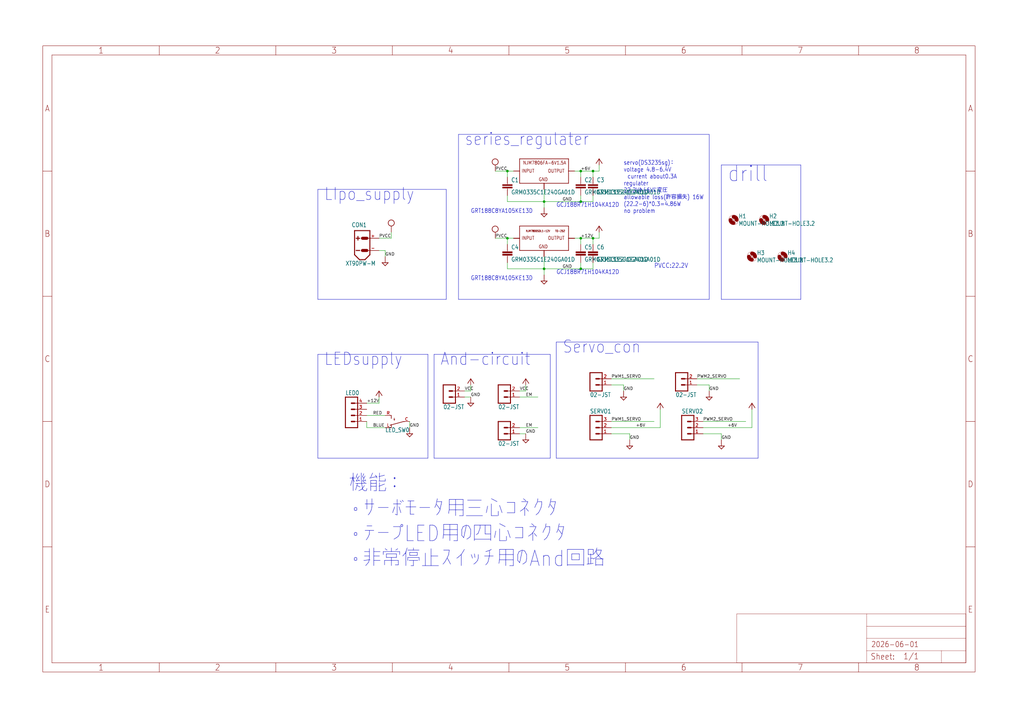
<source format=kicad_sch>
(kicad_sch (version 20230121) (generator eeschema)
  (paper "User" 425.45 298.45)
  (lib_symbols
    (symbol "Mix necessary function-eagle-import:02-JST"
      (symbol "02-JST_1_0"
        (polyline (pts (xy -1.27 2.54) (xy -1.27 -5.08)) (stroke (width 0.4064)))
        (polyline (pts (xy -1.27 2.54) (xy 3.81 2.54)) (stroke (width 0.4064)))
        (polyline (pts (xy 1.27 -2.54) (xy 2.54 -2.54)) (stroke (width 0.6096)))
        (polyline (pts (xy 1.27 0) (xy 2.54 0)) (stroke (width 0.6096)))
        (polyline (pts (xy 3.81 -5.08) (xy -1.27 -5.08)) (stroke (width 0.4064)))
        (polyline (pts (xy 3.81 -5.08) (xy 3.81 2.54)) (stroke (width 0.4064)))
        (pin passive line (at 7.62 -2.54 180) (length 5.08) (name "1") (number "1"))
        (pin passive line (at 7.62 0 180) (length 5.08) (name "2") (number "2"))
      )
    )
    (symbol "Mix necessary function-eagle-import:03-JST"
      (property "Reference" "JP" (at -1.27 5.842 0))
      (symbol "03-JST_1_0"
        (polyline (pts (xy -1.27 5.08) (xy -1.27 -5.08)) (stroke (width 0.4064)))
        (polyline (pts (xy -1.27 5.08) (xy 3.81 5.08)) (stroke (width 0.4064)))
        (polyline (pts (xy 1.27 -2.54) (xy 2.54 -2.54)) (stroke (width 0.6096)))
        (polyline (pts (xy 1.27 0) (xy 2.54 0)) (stroke (width 0.6096)))
        (polyline (pts (xy 1.27 2.54) (xy 2.54 2.54)) (stroke (width 0.6096)))
        (polyline (pts (xy 3.81 -5.08) (xy -1.27 -5.08)) (stroke (width 0.4064)))
        (polyline (pts (xy 3.81 -5.08) (xy 3.81 5.08)) (stroke (width 0.4064)))
        (pin passive line (at 7.62 -2.54 180) (length 5.08) (name "1") (number "1"))
        (pin passive line (at 7.62 0 180) (length 5.08) (name "2") (number "2"))
        (pin passive line (at 7.62 2.54 180) (length 5.08) (name "3") (number "3"))
      )
    )
    (symbol "Mix necessary function-eagle-import:04-JST"
      (property "Reference" "JP" (at -1.27 5.842 0))
      (symbol "04-JST_1_0"
        (polyline (pts (xy -1.27 5.08) (xy -1.27 -7.62)) (stroke (width 0.4064)))
        (polyline (pts (xy -1.27 5.08) (xy 3.81 5.08)) (stroke (width 0.4064)))
        (polyline (pts (xy 1.27 -5.08) (xy 2.54 -5.08)) (stroke (width 0.6096)))
        (polyline (pts (xy 1.27 -2.54) (xy 2.54 -2.54)) (stroke (width 0.6096)))
        (polyline (pts (xy 1.27 0) (xy 2.54 0)) (stroke (width 0.6096)))
        (polyline (pts (xy 1.27 2.54) (xy 2.54 2.54)) (stroke (width 0.6096)))
        (polyline (pts (xy 3.81 -7.62) (xy -1.27 -7.62)) (stroke (width 0.4064)))
        (polyline (pts (xy 3.81 -7.62) (xy 3.81 5.08)) (stroke (width 0.4064)))
        (pin passive line (at 7.62 -5.08 180) (length 5.08) (name "1") (number "1"))
        (pin passive line (at 7.62 -2.54 180) (length 5.08) (name "2") (number "2"))
        (pin passive line (at 7.62 0 180) (length 5.08) (name "3") (number "3"))
        (pin passive line (at 7.62 2.54 180) (length 5.08) (name "4") (number "4"))
      )
    )
    (symbol "Mix necessary function-eagle-import:A3L-LOC"
      (symbol "A3L-LOC_1_0"
        (polyline (pts (xy 0 52.07) (xy 3.81 52.07)))
        (polyline (pts (xy 0 104.14) (xy 3.81 104.14)))
        (polyline (pts (xy 0 156.21) (xy 3.81 156.21)))
        (polyline (pts (xy 0 208.28) (xy 3.81 208.28)))
        (polyline (pts (xy 3.81 3.81) (xy 3.81 256.54)))
        (polyline (pts (xy 48.4188 0) (xy 48.4188 3.81)))
        (polyline (pts (xy 48.4188 256.54) (xy 48.4188 260.35)))
        (polyline (pts (xy 96.8375 0) (xy 96.8375 3.81)))
        (polyline (pts (xy 96.8375 256.54) (xy 96.8375 260.35)))
        (polyline (pts (xy 145.2563 0) (xy 145.2563 3.81)))
        (polyline (pts (xy 145.2563 256.54) (xy 145.2563 260.35)))
        (polyline (pts (xy 193.675 0) (xy 193.675 3.81)))
        (polyline (pts (xy 193.675 256.54) (xy 193.675 260.35)))
        (polyline (pts (xy 242.0938 0) (xy 242.0938 3.81)))
        (polyline (pts (xy 242.0938 256.54) (xy 242.0938 260.35)))
        (polyline (pts (xy 288.29 3.81) (xy 288.29 24.13)) (stroke (width 0.1016)))
        (polyline (pts (xy 288.29 3.81) (xy 342.265 3.81)) (stroke (width 0.1016)))
        (polyline (pts (xy 288.29 24.13) (xy 342.265 24.13)) (stroke (width 0.1016)))
        (polyline (pts (xy 290.5125 0) (xy 290.5125 3.81)))
        (polyline (pts (xy 290.5125 256.54) (xy 290.5125 260.35)))
        (polyline (pts (xy 338.9313 0) (xy 338.9313 3.81)))
        (polyline (pts (xy 338.9313 256.54) (xy 338.9313 260.35)))
        (polyline (pts (xy 342.265 3.81) (xy 373.38 3.81)) (stroke (width 0.1016)))
        (polyline (pts (xy 342.265 8.89) (xy 342.265 3.81)) (stroke (width 0.1016)))
        (polyline (pts (xy 342.265 8.89) (xy 342.265 13.97)) (stroke (width 0.1016)))
        (polyline (pts (xy 342.265 13.97) (xy 342.265 19.05)) (stroke (width 0.1016)))
        (polyline (pts (xy 342.265 13.97) (xy 383.54 13.97)) (stroke (width 0.1016)))
        (polyline (pts (xy 342.265 19.05) (xy 342.265 24.13)) (stroke (width 0.1016)))
        (polyline (pts (xy 342.265 19.05) (xy 383.54 19.05)) (stroke (width 0.1016)))
        (polyline (pts (xy 342.265 24.13) (xy 383.54 24.13)) (stroke (width 0.1016)))
        (polyline (pts (xy 373.38 3.81) (xy 373.38 8.89)) (stroke (width 0.1016)))
        (polyline (pts (xy 373.38 3.81) (xy 383.54 3.81)) (stroke (width 0.1016)))
        (polyline (pts (xy 373.38 8.89) (xy 342.265 8.89)) (stroke (width 0.1016)))
        (polyline (pts (xy 373.38 8.89) (xy 383.54 8.89)) (stroke (width 0.1016)))
        (polyline (pts (xy 383.54 3.81) (xy 3.81 3.81)))
        (polyline (pts (xy 383.54 3.81) (xy 383.54 8.89)) (stroke (width 0.1016)))
        (polyline (pts (xy 383.54 3.81) (xy 383.54 256.54)))
        (polyline (pts (xy 383.54 8.89) (xy 383.54 13.97)) (stroke (width 0.1016)))
        (polyline (pts (xy 383.54 13.97) (xy 383.54 19.05)) (stroke (width 0.1016)))
        (polyline (pts (xy 383.54 19.05) (xy 383.54 24.13)) (stroke (width 0.1016)))
        (polyline (pts (xy 383.54 52.07) (xy 387.35 52.07)))
        (polyline (pts (xy 383.54 104.14) (xy 387.35 104.14)))
        (polyline (pts (xy 383.54 156.21) (xy 387.35 156.21)))
        (polyline (pts (xy 383.54 208.28) (xy 387.35 208.28)))
        (polyline (pts (xy 383.54 256.54) (xy 3.81 256.54)))
        (polyline (pts (xy 0 0) (xy 387.35 0) (xy 387.35 260.35) (xy 0 260.35) (xy 0 0)))
        (text "${#}/${##}" (at 357.505 5.08 0) (effects (font (size 2.54 2.159)) (justify left bottom)))
        (text "${CURRENT_DATE}" (at 344.17 10.16 0) (effects (font (size 2.286 1.9431)) (justify left bottom)))
        (text "${PROJECTNAME}" (at 344.17 15.24 0) (effects (font (size 2.54 2.159)) (justify left bottom)))
        (text "1" (at 24.2094 1.905 0) (effects (font (size 2.54 2.286))))
        (text "1" (at 24.2094 258.445 0) (effects (font (size 2.54 2.286))))
        (text "2" (at 72.6281 1.905 0) (effects (font (size 2.54 2.286))))
        (text "2" (at 72.6281 258.445 0) (effects (font (size 2.54 2.286))))
        (text "3" (at 121.0469 1.905 0) (effects (font (size 2.54 2.286))))
        (text "3" (at 121.0469 258.445 0) (effects (font (size 2.54 2.286))))
        (text "4" (at 169.4656 1.905 0) (effects (font (size 2.54 2.286))))
        (text "4" (at 169.4656 258.445 0) (effects (font (size 2.54 2.286))))
        (text "5" (at 217.8844 1.905 0) (effects (font (size 2.54 2.286))))
        (text "5" (at 217.8844 258.445 0) (effects (font (size 2.54 2.286))))
        (text "6" (at 266.3031 1.905 0) (effects (font (size 2.54 2.286))))
        (text "6" (at 266.3031 258.445 0) (effects (font (size 2.54 2.286))))
        (text "7" (at 314.7219 1.905 0) (effects (font (size 2.54 2.286))))
        (text "7" (at 314.7219 258.445 0) (effects (font (size 2.54 2.286))))
        (text "8" (at 363.1406 1.905 0) (effects (font (size 2.54 2.286))))
        (text "8" (at 363.1406 258.445 0) (effects (font (size 2.54 2.286))))
        (text "A" (at 1.905 234.315 0) (effects (font (size 2.54 2.286))))
        (text "A" (at 385.445 234.315 0) (effects (font (size 2.54 2.286))))
        (text "B" (at 1.905 182.245 0) (effects (font (size 2.54 2.286))))
        (text "B" (at 385.445 182.245 0) (effects (font (size 2.54 2.286))))
        (text "C" (at 1.905 130.175 0) (effects (font (size 2.54 2.286))))
        (text "C" (at 385.445 130.175 0) (effects (font (size 2.54 2.286))))
        (text "D" (at 1.905 78.105 0) (effects (font (size 2.54 2.286))))
        (text "D" (at 385.445 78.105 0) (effects (font (size 2.54 2.286))))
        (text "E" (at 1.905 26.035 0) (effects (font (size 2.54 2.286))))
        (text "E" (at 385.445 26.035 0) (effects (font (size 2.54 2.286))))
        (text "Sheet:" (at 343.916 4.953 0) (effects (font (size 2.54 2.159)) (justify left bottom)))
      )
    )
    (symbol "Mix necessary function-eagle-import:GND" (power)
      (property "Value" "GND" (at -1.905 -3.175 0))
      (symbol "GND_1_0"
        (polyline (pts (xy -1.27 0) (xy 1.27 0)) (stroke (width 0.254)))
        (polyline (pts (xy 0 -1.27) (xy -1.27 0)) (stroke (width 0.254)))
        (polyline (pts (xy 1.27 0) (xy 0 -1.27)) (stroke (width 0.254)))
        (pin power_in line (at 0 2.54 270) (length 2.54) (name "GND") (number "1"))
      )
    )
    (symbol "Mix necessary function-eagle-import:GRM0335C1E240GA01D"
      (property "Reference" "C" (at 1.524 0.381 0))
      (symbol "GRM0335C1E240GA01D_1_0"
        (rectangle (start -2.032 -2.032) (end 2.032 -1.524) (fill (type outline)))
        (rectangle (start -2.032 -1.016) (end 2.032 -0.508) (fill (type outline)))
        (polyline (pts (xy 0 -2.54) (xy 0 -2.032)) (stroke (width 0.1524)))
        (polyline (pts (xy 0 0) (xy 0 -0.508)) (stroke (width 0.1524)))
        (pin passive line (at 0 2.54 270) (length 2.54) (name "1") (number "1"))
        (pin passive line (at 0 -5.08 90) (length 2.54) (name "2") (number "2"))
      )
    )
    (symbol "Mix necessary function-eagle-import:MOUNT-HOLE3.2"
      (property "Reference" "H" (at 2.032 0.5842 0))
      (symbol "MOUNT-HOLE3.2_1_0"
        (arc (start -1.27 0) (mid -0.898 -0.898) (end 0 -1.27) (stroke (width 1.524)))
        (polyline (pts (xy -0.508 0) (xy 0.508 0)) (stroke (width 0.0508)))
        (polyline (pts (xy 0 0.508) (xy 0 -0.508)) (stroke (width 0.0508)))
        (circle (center 0 0) (radius 0.508) (stroke (width 0.0508)))
        (circle (center 0 0) (radius 2.032) (stroke (width 0.0508)))
        (arc (start 1.27 0) (mid 0.898 0.898) (end 0 1.27) (stroke (width 1.524)))
      )
    )
    (symbol "Mix necessary function-eagle-import:NJM7800SDL1-12V"
      (symbol "NJM7800SDL1-12V_1_0"
        (polyline (pts (xy -10.16 -5.08) (xy -10.16 0)) (stroke (width 0.254)))
        (polyline (pts (xy -10.16 0) (xy -12.7 0)) (stroke (width 0.254)))
        (polyline (pts (xy -10.16 0) (xy -10.16 5.08)) (stroke (width 0.254)))
        (polyline (pts (xy -10.16 5.08) (xy 10.16 5.08)) (stroke (width 0.254)))
        (polyline (pts (xy 0 -5.08) (xy -10.16 -5.08)) (stroke (width 0.254)))
        (polyline (pts (xy 0 -5.08) (xy 0 -7.62)) (stroke (width 0.254)))
        (polyline (pts (xy 10.16 -5.08) (xy 0 -5.08)) (stroke (width 0.254)))
        (polyline (pts (xy 10.16 0) (xy 10.16 -5.08)) (stroke (width 0.254)))
        (polyline (pts (xy 10.16 0) (xy 12.7 0)) (stroke (width 0.254)))
        (polyline (pts (xy 10.16 5.08) (xy 10.16 0)) (stroke (width 0.254)))
        (text "GND" (at -2.286 -4.318 0) (effects (font (size 1.4224 1.209)) (justify left bottom)))
        (text "INPUT" (at -9.398 -0.762 0) (effects (font (size 1.4224 1.209)) (justify left bottom)))
        (text "NJM7800SDL1-12V    TO-252" (at -7.62 2.54 0) (effects (font (size 0.8128 0.6908)) (justify left bottom)))
        (text "OUTPUT" (at 1.524 -0.762 0) (effects (font (size 1.4224 1.209)) (justify left bottom)))
        (pin bidirectional line (at 0 -7.62 90) (length 2.54) (name "GND") (number "GND"))
        (pin bidirectional line (at -12.7 0 0) (length 2.54) (name "INPUT") (number "VIN"))
        (pin bidirectional line (at 12.7 0 180) (length 2.54) (name "OUTPUT") (number "VOUT"))
      )
    )
    (symbol "Mix necessary function-eagle-import:SS-12SDP2"
      (property "Reference" "SW" (at 5.08 -2.54 90))
      (symbol "SS-12SDP2_1_0"
        (polyline (pts (xy -2.54 2.54) (xy -2.54 3.175)) (stroke (width 0.254)))
        (polyline (pts (xy -2.54 2.54) (xy -1.27 2.54)) (stroke (width 0.254)))
        (polyline (pts (xy 0 -3.175) (xy 0 -2.54)) (stroke (width 0.254)))
        (polyline (pts (xy 0 -2.54) (xy -1.524 3.048)) (stroke (width 0.254)))
        (polyline (pts (xy 0.508 1.27) (xy 1.016 1.016)) (stroke (width 0.1524)))
        (polyline (pts (xy 0.508 1.27) (xy 1.016 1.524)) (stroke (width 0.1524)))
        (polyline (pts (xy 0.508 1.27) (xy 1.524 1.27)) (stroke (width 0.1524)))
        (polyline (pts (xy 1.27 2.54) (xy 2.54 2.54)) (stroke (width 0.254)))
        (polyline (pts (xy 2.54 2.54) (xy 2.54 3.175)) (stroke (width 0.254)))
        (pin passive line (at 0 -5.08 90) (length 2.54) (name "C") (number "C"))
        (pin passive line (at -2.54 5.08 270) (length 2.54) (name "L") (number "L"))
        (pin passive line (at 2.54 5.08 270) (length 2.54) (name "R") (number "R"))
      )
    )
    (symbol "Mix necessary function-eagle-import:VCC" (power)
      (property "Value" "VCC" (at -2.54 -2.54 90))
      (symbol "VCC_1_0"
        (polyline (pts (xy 0 0) (xy -1.27 -1.905)) (stroke (width 0.254)))
        (polyline (pts (xy 1.27 -1.905) (xy 0 0)) (stroke (width 0.254)))
        (pin power_in line (at 0 -2.54 90) (length 2.54) (name "VCC") (number "1"))
      )
    )
    (symbol "Mix necessary function-eagle-import:XT90PW-M"
      (property "Reference" "CON" (at -3.81 7.112 0))
      (symbol "XT90PW-M_1_0"
        (polyline (pts (xy -5.08 -4.318) (xy -3.048 -6.35)) (stroke (width 0.4064)))
        (polyline (pts (xy -5.08 5.715) (xy -5.08 -4.318)) (stroke (width 0.4064)))
        (polyline (pts (xy -5.08 5.715) (xy 1.27 5.715)) (stroke (width 0.4064)))
        (polyline (pts (xy -4.445 -2.54) (xy -2.921 -2.54)) (stroke (width 0.4064)))
        (polyline (pts (xy -4.445 2.54) (xy -2.921 2.54)) (stroke (width 0.4064)))
        (polyline (pts (xy -3.683 3.302) (xy -3.683 1.778)) (stroke (width 0.4064)))
        (polyline (pts (xy -3.048 -6.35) (xy -0.762 -6.35)) (stroke (width 0.4064)))
        (polyline (pts (xy -0.762 -6.35) (xy 1.27 -4.318)) (stroke (width 0.4064)))
        (polyline (pts (xy 0 -2.54) (xy -1.778 -2.54)) (stroke (width 1.27)))
        (polyline (pts (xy 0 2.54) (xy -1.778 2.54)) (stroke (width 1.27)))
        (polyline (pts (xy 1.27 -4.318) (xy 1.27 5.715)) (stroke (width 0.4064)))
        (pin power_in line (at 5.08 2.54 180) (length 5.08) (name "+") (number "+"))
        (pin power_in line (at 5.08 -2.54 180) (length 5.08) (name "-") (number "-"))
      )
    )
    (symbol "Mix necessary function-eagle-import:supply2_VCC" (power)
      (property "Value" "supply2_VCC" (at -1.905 3.175 0))
      (symbol "supply2_VCC_1_0"
        (circle (center 0 1.27) (radius 1.27) (stroke (width 0.254)))
        (pin power_in line (at 0 -2.54 90) (length 2.54) (name "VCC") (number "1"))
      )
    )
    (symbol "Mix necessary function-eagle-import:ＮＪＭ７８０６ＦＡ-6V"
      (symbol "ＮＪＭ７８０６ＦＡ-6V_1_0"
        (polyline (pts (xy -10.16 -5.08) (xy -10.16 0)) (stroke (width 0.254)))
        (polyline (pts (xy -10.16 0) (xy -12.7 0)) (stroke (width 0.254)))
        (polyline (pts (xy -10.16 0) (xy -10.16 5.08)) (stroke (width 0.254)))
        (polyline (pts (xy -10.16 5.08) (xy 10.16 5.08)) (stroke (width 0.254)))
        (polyline (pts (xy 0 -5.08) (xy -10.16 -5.08)) (stroke (width 0.254)))
        (polyline (pts (xy 0 -5.08) (xy 0 -7.62)) (stroke (width 0.254)))
        (polyline (pts (xy 10.16 -5.08) (xy 0 -5.08)) (stroke (width 0.254)))
        (polyline (pts (xy 10.16 0) (xy 10.16 -5.08)) (stroke (width 0.254)))
        (polyline (pts (xy 10.16 0) (xy 12.7 0)) (stroke (width 0.254)))
        (polyline (pts (xy 10.16 5.08) (xy 10.16 0)) (stroke (width 0.254)))
        (text "GND" (at -2.286 -4.318 0) (effects (font (size 1.4224 1.209)) (justify left bottom)))
        (text "INPUT" (at -9.398 -0.762 0) (effects (font (size 1.4224 1.209)) (justify left bottom)))
        (text "NJM7806FA-6V1.5A" (at -8.8138 2.6162 0) (effects (font (size 1.4224 1.209)) (justify left bottom)))
        (text "OUTPUT" (at 1.524 -0.762 0) (effects (font (size 1.4224 1.209)) (justify left bottom)))
        (pin bidirectional line (at 0 -7.62 90) (length 2.54) (name "GND") (number "GND"))
        (pin bidirectional line (at -12.7 0 0) (length 2.54) (name "INPUT") (number "INPUT"))
        (pin bidirectional line (at 12.7 0 180) (length 2.54) (name "OUTPUT") (number "OUTPUT"))
      )
    )
  )
  (junction (at 226.06 83.82))
  (junction (at 210.82 99.06))
  (junction (at 241.3 71.12))
  (junction (at 246.38 99.06))
  (junction (at 241.3 111.76))
  (junction (at 210.82 71.12))
  (junction (at 226.06 111.76))
  (junction (at 246.38 71.12))
  (junction (at 241.3 83.82))
  (junction (at 241.3 99.06))
  (polyline (pts (xy 299.72 124.46) (xy 299.72 68.58)) (stroke (width 0.1524) (type solid)))
  (wire (pts (xy 210.82 83.82) (xy 226.06 83.82)) (stroke (width 0.1524)))
  (polyline (pts (xy 180.34 190.5) (xy 228.6 190.5)) (stroke (width 0.1524) (type solid)))
  (wire (pts (xy 213.36 99.06) (xy 210.82 99.06)) (stroke (width 0.1524)))
  (wire (pts (xy 210.82 111.76) (xy 226.06 111.76)) (stroke (width 0.1524)))
  (wire (pts (xy 254 180.34) (xy 261.62 180.34)) (stroke (width 0.1524)))
  (wire (pts (xy 254 157.48) (xy 271.78 157.48)) (stroke (width 0.1524)))
  (wire (pts (xy 193.04 165.1) (xy 195.58 165.1)) (stroke (width 0.1524)))
  (polyline (pts (xy 299.72 68.58) (xy 332.74 68.58)) (stroke (width 0.1524) (type solid)))
  (wire (pts (xy 218.44 162.56) (xy 218.44 160.02)) (stroke (width 0.1524)))
  (wire (pts (xy 292.1 177.8) (xy 312.42 177.8)) (stroke (width 0.1524)))
  (wire (pts (xy 162.56 99.06) (xy 162.56 96.52)) (stroke (width 0.1524)))
  (wire (pts (xy 152.4 167.64) (xy 157.48 167.64)) (stroke (width 0.1524)))
  (wire (pts (xy 274.32 177.8) (xy 274.32 170.18)) (stroke (width 0.1524)))
  (wire (pts (xy 241.3 99.06) (xy 246.38 99.06)) (stroke (width 0.1524)))
  (wire (pts (xy 254 177.8) (xy 274.32 177.8)) (stroke (width 0.1524)))
  (wire (pts (xy 241.3 111.76) (xy 246.38 111.76)) (stroke (width 0.1524)))
  (polyline (pts (xy 190.5 124.46) (xy 294.64 124.46)) (stroke (width 0.1524) (type solid)))
  (wire (pts (xy 213.36 71.12) (xy 210.82 71.12)) (stroke (width 0.1524)))
  (wire (pts (xy 215.9 177.8) (xy 223.52 177.8)) (stroke (width 0.1524)))
  (wire (pts (xy 195.58 162.56) (xy 195.58 160.02)) (stroke (width 0.1524)))
  (wire (pts (xy 226.06 83.82) (xy 226.06 86.36)) (stroke (width 0.1524)))
  (wire (pts (xy 248.92 71.12) (xy 248.92 68.58)) (stroke (width 0.1524)))
  (wire (pts (xy 215.9 162.56) (xy 218.44 162.56)) (stroke (width 0.1524)))
  (polyline (pts (xy 314.96 142.24) (xy 314.96 190.5)) (stroke (width 0.1524) (type solid)))
  (polyline (pts (xy 132.08 147.32) (xy 132.08 190.5)) (stroke (width 0.1524) (type solid)))
  (wire (pts (xy 246.38 99.06) (xy 248.92 99.06)) (stroke (width 0.1524)))
  (polyline (pts (xy 231.14 142.24) (xy 314.96 142.24)) (stroke (width 0.1524) (type solid)))
  (wire (pts (xy 246.38 73.66) (xy 246.38 71.12)) (stroke (width 0.1524)))
  (wire (pts (xy 210.82 81.28) (xy 210.82 83.82)) (stroke (width 0.1524)))
  (wire (pts (xy 241.3 101.6) (xy 241.3 99.06)) (stroke (width 0.1524)))
  (polyline (pts (xy 294.64 55.88) (xy 190.5 55.88)) (stroke (width 0.1524) (type solid)))
  (wire (pts (xy 292.1 180.34) (xy 299.72 180.34)) (stroke (width 0.1524)))
  (polyline (pts (xy 180.34 147.32) (xy 180.34 190.5)) (stroke (width 0.1524) (type solid)))
  (polyline (pts (xy 132.08 190.5) (xy 177.8 190.5)) (stroke (width 0.1524) (type solid)))
  (wire (pts (xy 152.4 177.8) (xy 160.02 177.8)) (stroke (width 0.1524)))
  (wire (pts (xy 289.56 160.02) (xy 294.64 160.02)) (stroke (width 0.1524)))
  (wire (pts (xy 289.56 157.48) (xy 307.34 157.48)) (stroke (width 0.1524)))
  (wire (pts (xy 261.62 180.34) (xy 261.62 182.88)) (stroke (width 0.1524)))
  (wire (pts (xy 157.48 165.1) (xy 157.48 167.64)) (stroke (width 0.1524)))
  (polyline (pts (xy 231.14 190.5) (xy 231.14 142.24)) (stroke (width 0.1524) (type solid)))
  (polyline (pts (xy 132.08 78.74) (xy 185.42 78.74)) (stroke (width 0.1524) (type solid)))
  (wire (pts (xy 299.72 180.34) (xy 299.72 182.88)) (stroke (width 0.1524)))
  (wire (pts (xy 246.38 111.76) (xy 246.38 109.22)) (stroke (width 0.1524)))
  (wire (pts (xy 193.04 162.56) (xy 195.58 162.56)) (stroke (width 0.1524)))
  (wire (pts (xy 210.82 73.66) (xy 210.82 71.12)) (stroke (width 0.1524)))
  (polyline (pts (xy 332.74 68.58) (xy 332.74 124.46)) (stroke (width 0.1524) (type solid)))
  (wire (pts (xy 238.76 71.12) (xy 241.3 71.12)) (stroke (width 0.1524)))
  (wire (pts (xy 170.18 175.26) (xy 170.18 177.8)) (stroke (width 0.1524)))
  (polyline (pts (xy 228.6 147.32) (xy 180.34 147.32)) (stroke (width 0.1524) (type solid)))
  (wire (pts (xy 210.82 111.76) (xy 210.82 109.22)) (stroke (width 0.1524)))
  (wire (pts (xy 292.1 175.26) (xy 309.88 175.26)) (stroke (width 0.1524)))
  (wire (pts (xy 241.3 83.82) (xy 226.06 83.82)) (stroke (width 0.1524)))
  (wire (pts (xy 241.3 71.12) (xy 246.38 71.12)) (stroke (width 0.1524)))
  (polyline (pts (xy 332.74 124.46) (xy 299.72 124.46)) (stroke (width 0.1524) (type solid)))
  (wire (pts (xy 157.48 104.14) (xy 160.02 104.14)) (stroke (width 0.1524)))
  (polyline (pts (xy 177.8 147.32) (xy 132.08 147.32)) (stroke (width 0.1524) (type solid)))
  (polyline (pts (xy 132.08 124.46) (xy 132.08 78.74)) (stroke (width 0.1524) (type solid)))
  (polyline (pts (xy 228.6 190.5) (xy 228.6 147.32)) (stroke (width 0.1524) (type solid)))
  (wire (pts (xy 210.82 101.6) (xy 210.82 99.06)) (stroke (width 0.1524)))
  (wire (pts (xy 238.76 99.06) (xy 241.3 99.06)) (stroke (width 0.1524)))
  (polyline (pts (xy 185.42 124.46) (xy 132.08 124.46)) (stroke (width 0.1524) (type solid)))
  (wire (pts (xy 259.08 160.02) (xy 259.08 162.56)) (stroke (width 0.1524)))
  (polyline (pts (xy 177.8 190.5) (xy 177.8 147.32)) (stroke (width 0.1524) (type solid)))
  (wire (pts (xy 294.64 160.02) (xy 294.64 162.56)) (stroke (width 0.1524)))
  (wire (pts (xy 241.3 73.66) (xy 241.3 71.12)) (stroke (width 0.1524)))
  (wire (pts (xy 241.3 83.82) (xy 246.38 83.82)) (stroke (width 0.1524)))
  (wire (pts (xy 226.06 106.68) (xy 226.06 111.76)) (stroke (width 0.1524)))
  (wire (pts (xy 241.3 109.22) (xy 241.3 111.76)) (stroke (width 0.1524)))
  (wire (pts (xy 248.92 99.06) (xy 248.92 96.52)) (stroke (width 0.1524)))
  (wire (pts (xy 246.38 71.12) (xy 248.92 71.12)) (stroke (width 0.1524)))
  (wire (pts (xy 215.9 165.1) (xy 223.52 165.1)) (stroke (width 0.1524)))
  (wire (pts (xy 254 175.26) (xy 271.78 175.26)) (stroke (width 0.1524)))
  (wire (pts (xy 241.3 81.28) (xy 241.3 83.82)) (stroke (width 0.1524)))
  (wire (pts (xy 210.82 71.12) (xy 205.74 71.12)) (stroke (width 0.1524)))
  (wire (pts (xy 157.48 99.06) (xy 162.56 99.06)) (stroke (width 0.1524)))
  (polyline (pts (xy 314.96 190.5) (xy 231.14 190.5)) (stroke (width 0.1524) (type solid)))
  (wire (pts (xy 226.06 111.76) (xy 226.06 114.3)) (stroke (width 0.1524)))
  (wire (pts (xy 215.9 180.34) (xy 218.44 180.34)) (stroke (width 0.1524)))
  (wire (pts (xy 226.06 111.76) (xy 241.3 111.76)) (stroke (width 0.1524)))
  (polyline (pts (xy 190.5 55.88) (xy 190.5 124.46)) (stroke (width 0.1524) (type solid)))
  (wire (pts (xy 254 160.02) (xy 259.08 160.02)) (stroke (width 0.1524)))
  (wire (pts (xy 152.4 172.72) (xy 160.02 172.72)) (stroke (width 0.1524)))
  (polyline (pts (xy 185.42 78.74) (xy 185.42 124.46)) (stroke (width 0.1524) (type solid)))
  (wire (pts (xy 152.4 175.26) (xy 152.4 177.8)) (stroke (width 0.1524)))
  (wire (pts (xy 210.82 99.06) (xy 205.74 99.06)) (stroke (width 0.1524)))
  (polyline (pts (xy 294.64 124.46) (xy 294.64 55.88)) (stroke (width 0.1524) (type solid)))
  (wire (pts (xy 226.06 83.82) (xy 226.06 78.74)) (stroke (width 0.1524)))
  (wire (pts (xy 160.02 104.14) (xy 160.02 106.68)) (stroke (width 0.1524)))
  (wire (pts (xy 312.42 177.8) (xy 312.42 170.18)) (stroke (width 0.1524)))
  (wire (pts (xy 246.38 83.82) (xy 246.38 81.28)) (stroke (width 0.1524)))
  (wire (pts (xy 246.38 101.6) (xy 246.38 99.06)) (stroke (width 0.1524)))
  (text "LEDsupply" (at 134.62 152.4 0) (effects (font (size 5.08 4.318)) (justify left bottom)))
  (text "GRT188C8YA105KE13D" (at 195.58 88.9 0) (effects (font (size 1.778 1.5113)) (justify left bottom)))
  (text "And-circuit" (at 182.88 152.4 0) (effects (font (size 5.08 4.318)) (justify left bottom)))
  (text "機能：\n・サーボモータ用三心コネクタ\n・テープLED用の四心コネクタ\n・非常停止スイッチ用のAnｄ回路" (at 144.78 236.22 0) (effects (font (size 6.4516 5.4838)) (justify left bottom)))
  (text "GRT188C8YA105KE13D" (at 195.58 116.84 0) (effects (font (size 1.778 1.5113)) (justify left bottom)))
  (text "LIpo_supply" (at 134.62 83.82 0) (effects (font (size 5.08 4.318)) (justify left bottom)))
  (text "servo(DS3235sg)：\nvoltage 4.8-6.4V\n　current about0.3A\nregulater\n22.2Vから6Vに変圧\nallowable loss(許容損失) 16W\n(22.2-6)*0.3=4.86W\nno problem" (at 259.08 88.9 0) (effects (font (size 1.778 1.5113)) (justify left bottom)))
  (text "PVCC:22.2V" (at 271.78 111.76 0) (effects (font (size 1.9304 1.6408)) (justify left bottom)))
  (text "Servo_con" (at 233.68 147.32 0) (effects (font (size 5.08 4.318)) (justify left bottom)))
  (text "GCJ188R71H104KA12D" (at 231.14 86.36 0) (effects (font (size 1.778 1.5113)) (justify left bottom)))
  (text "series_regulater" (at 193.04 60.96 0) (effects (font (size 5.08 4.318)) (justify left bottom)))
  (text "drill" (at 302.26 76.2 0) (effects (font (size 6.4516 5.4838)) (justify left bottom)))
  (text "GCJ188R71H104KA12D" (at 231.14 114.3 0) (effects (font (size 1.778 1.5113)) (justify left bottom)))
  (label "GND" (at 195.58 165.1 0) (effects (font (size 1.2446 1.2446))))
  (label "GND" (at 233.68 83.82 0) (effects (font (size 1.2446 1.2446))))
  (label "GND" (at 170.18 177.8 0) (effects (font (size 1.2446 1.2446))))
  (label "GND" (at 299.72 182.88 0) (effects (font (size 1.2446 1.2446))))
  (label "GND" (at 259.08 162.56 0) (effects (font (size 1.2446 1.2446))))
  (label "EM" (at 218.44 177.8 0) (effects (font (size 1.2446 1.2446))))
  (label "+12V" (at 241.3 99.06 0) (effects (font (size 1.2446 1.2446))))
  (label "PVCC" (at 205.74 71.12 0) (effects (font (size 1.2446 1.2446))))
  (label "+12V" (at 152.4 167.64 0) (effects (font (size 1.2446 1.2446))))
  (label "VCC" (at 215.9 162.56 0) (effects (font (size 1.2446 1.2446))))
  (label "PWM1_SERVO" (at 254 157.48 0) (effects (font (size 1.2446 1.2446))))
  (label "EM" (at 218.44 165.1 0) (effects (font (size 1.2446 1.2446))))
  (label "PVCC" (at 157.48 99.06 0) (effects (font (size 1.2446 1.2446))))
  (label "RED" (at 154.94 172.72 0) (effects (font (size 1.2446 1.2446))))
  (label "BLUE" (at 154.94 177.8 0) (effects (font (size 1.2446 1.2446))))
  (label "+6V" (at 302.26 177.8 0) (effects (font (size 1.2446 1.2446))))
  (label "VCC" (at 193.04 162.56 0) (effects (font (size 1.2446 1.2446))))
  (label "+6V" (at 264.16 177.8 0) (effects (font (size 1.2446 1.2446))))
  (label "GND" (at 160.02 106.68 0) (effects (font (size 1.2446 1.2446))))
  (label "PWM1_SERVO" (at 254 175.26 0) (effects (font (size 1.2446 1.2446))))
  (label "GND" (at 233.68 111.76 0) (effects (font (size 1.2446 1.2446))))
  (label "GND" (at 218.44 180.34 0) (effects (font (size 1.2446 1.2446))))
  (label "GND" (at 294.64 162.56 0) (effects (font (size 1.2446 1.2446))))
  (label "GND" (at 261.62 182.88 0) (effects (font (size 1.2446 1.2446))))
  (label "PWM2_SERVO" (at 292.1 175.26 0) (effects (font (size 1.2446 1.2446))))
  (label "PWM2_SERVO" (at 289.56 157.48 0) (effects (font (size 1.2446 1.2446))))
  (label "+6V" (at 241.3 71.12 0) (effects (font (size 1.2446 1.2446))))
  (label "PVCC" (at 205.74 99.06 0) (effects (font (size 1.2446 1.2446))))
  (symbol (lib_id "Mix necessary function-eagle-import:03-JST") (at 284.48 177.8 0) (unit 1)
    (property "Reference" "SERVO2" (at 283.21 171.958 0) (effects (font (size 1.778 1.5113)) (justify left bottom)))
    (property "Value" "03-JST" (effects hide))
    (property "Footprint" "Mix necessary function:B3B-XH" (effects hide))
  )
  (symbol (lib_id "Mix necessary function-eagle-import:GND") (at 261.62 185.42 0) (unit 1)
    (property "Reference" "#SUPPLY8" (effects hide))
    (property "Value" "GND" (effects hide))
  )
  (symbol (lib_id "Mix necessary function-eagle-import:02-JST") (at 185.42 162.56 0) (unit 1)
    (property "Reference" "AZUSA0" (effects hide))
    (property "Value" "02-JST" (at 184.15 170.18 0) (effects (font (size 1.778 1.5113)) (justify left bottom)))
    (property "Footprint" "Mix necessary function:B2B-XH" (effects hide))
  )
  (symbol (lib_id "Mix necessary function-eagle-import:GND") (at 226.06 116.84 0) (unit 1)
    (property "Reference" "#SUPPLY22" (effects hide))
    (property "Value" "GND" (effects hide))
  )
  (symbol (lib_id "Mix necessary function-eagle-import:02-JST") (at 208.28 162.56 0) (unit 1)
    (property "Reference" "SW1" (effects hide))
    (property "Value" "02-JST" (at 207.01 170.18 0) (effects (font (size 1.778 1.5113)) (justify left bottom)))
    (property "Footprint" "Mix necessary function:B2B-XH" (effects hide))
  )
  (symbol (lib_id "Mix necessary function-eagle-import:GRM0335C1E240GA01D") (at 210.82 104.14 0) (unit 1)
    (property "Reference" "C4" (at 212.344 103.759 0) (effects (font (size 1.778 1.5113)) (justify left bottom)))
    (property "Value" "GRM0335C1E240GA01D" (at 212.344 108.839 0) (effects (font (size 1.778 1.5113)) (justify left bottom)))
    (property "Footprint" "Mix necessary function:GRM0335C1E240GA01D" (effects hide))
  )
  (symbol (lib_id "Mix necessary function-eagle-import:GRM0335C1E240GA01D") (at 241.3 76.2 0) (unit 1)
    (property "Reference" "C2" (at 242.824 75.819 0) (effects (font (size 1.778 1.5113)) (justify left bottom)))
    (property "Value" "GRM0335C1E240GA01D" (at 242.824 80.899 0) (effects (font (size 1.778 1.5113)) (justify left bottom)))
    (property "Footprint" "Mix necessary function:GRM0335C1E240GA01D" (effects hide))
  )
  (symbol (lib_id "Mix necessary function-eagle-import:GRM0335C1E240GA01D") (at 246.38 76.2 0) (unit 1)
    (property "Reference" "C3" (at 247.904 75.819 0) (effects (font (size 1.778 1.5113)) (justify left bottom)))
    (property "Value" "GRM0335C1E240GA01D" (at 247.904 80.899 0) (effects (font (size 1.778 1.5113)) (justify left bottom)))
    (property "Footprint" "Mix necessary function:GRM0335C1E240GA01D" (effects hide))
  )
  (symbol (lib_id "Mix necessary function-eagle-import:GND") (at 294.64 165.1 0) (unit 1)
    (property "Reference" "#SUPPLY12" (effects hide))
    (property "Value" "GND" (effects hide))
  )
  (symbol (lib_id "Mix necessary function-eagle-import:GND") (at 259.08 165.1 0) (unit 1)
    (property "Reference" "#SUPPLY7" (effects hide))
    (property "Value" "GND" (effects hide))
  )
  (symbol (lib_id "Mix necessary function-eagle-import:supply2_VCC") (at 162.56 93.98 0) (unit 1)
    (property "Reference" "#SUPPLY6" (effects hide))
    (property "Value" "VCC" (effects hide))
  )
  (symbol (lib_id "Mix necessary function-eagle-import:MOUNT-HOLE3.2") (at 317.5 91.44 0) (unit 1)
    (property "Reference" "H2" (at 319.532 90.8558 0) (effects (font (size 1.778 1.5113)) (justify left bottom)))
    (property "Value" "MOUNT-HOLE3.2" (at 319.532 93.9038 0) (effects (font (size 1.778 1.5113)) (justify left bottom)))
    (property "Footprint" "Mix necessary function:3,2" (effects hide))
  )
  (symbol (lib_id "Mix necessary function-eagle-import:A3L-LOC") (at 17.78 279.4 0) (unit 1)
    (property "Reference" "#FRAME1" (effects hide))
    (property "Value" "A3L-LOC" (effects hide))
  )
  (symbol (lib_id "Mix necessary function-eagle-import:ＮＪＭ７８０６ＦＡ-6V") (at 226.06 71.12 0) (unit 1)
    (property "Reference" "U$1" (effects hide))
    (property "Value" "ＮＪＭ７８０６ＦＡ-6V" (effects hide))
    (property "Footprint" "Mix necessary function:ＮＪＭ７８０６ＦＡ-6V" (effects hide))
  )
  (symbol (lib_id "Mix necessary function-eagle-import:GND") (at 226.06 88.9 0) (unit 1)
    (property "Reference" "#SUPPLY9" (effects hide))
    (property "Value" "GND" (effects hide))
  )
  (symbol (lib_id "Mix necessary function-eagle-import:03-JST") (at 246.38 177.8 0) (unit 1)
    (property "Reference" "SERVO1" (at 245.11 171.958 0) (effects (font (size 1.778 1.5113)) (justify left bottom)))
    (property "Value" "03-JST" (effects hide))
    (property "Footprint" "Mix necessary function:B3B-XH" (effects hide))
  )
  (symbol (lib_id "Mix necessary function-eagle-import:VCC") (at 248.92 93.98 0) (unit 1)
    (property "Reference" "#P+1" (effects hide))
    (property "Value" "VCC" (effects hide))
  )
  (symbol (lib_id "Mix necessary function-eagle-import:supply2_VCC") (at 205.74 96.52 0) (unit 1)
    (property "Reference" "#SUPPLY1" (effects hide))
    (property "Value" "VCC" (effects hide))
  )
  (symbol (lib_id "Mix necessary function-eagle-import:SS-12SDP2") (at 165.1 175.26 90) (unit 1)
    (property "Reference" "LED_SW0" (at 170.18 177.8 90) (effects (font (size 1.778 1.5113)) (justify left bottom)))
    (property "Value" "SS-12SDP2" (effects hide))
    (property "Footprint" "Mix necessary function:SS-12SDP2" (effects hide))
  )
  (symbol (lib_id "Mix necessary function-eagle-import:NJM7800SDL1-12V") (at 226.06 99.06 0) (unit 1)
    (property "Reference" "U$17" (effects hide))
    (property "Value" "NJM7800SDL1-12V" (effects hide))
    (property "Footprint" "Mix necessary function:NJM7800SDL1-12V" (effects hide))
  )
  (symbol (lib_id "Mix necessary function-eagle-import:02-JST") (at 246.38 157.48 0) (unit 1)
    (property "Reference" "AZUSA_CON1" (effects hide))
    (property "Value" "02-JST" (at 245.11 165.1 0) (effects (font (size 1.778 1.5113)) (justify left bottom)))
    (property "Footprint" "Mix necessary function:B2B-XH" (effects hide))
  )
  (symbol (lib_id "Mix necessary function-eagle-import:GRM0335C1E240GA01D") (at 241.3 104.14 0) (unit 1)
    (property "Reference" "C5" (at 242.824 103.759 0) (effects (font (size 1.778 1.5113)) (justify left bottom)))
    (property "Value" "GRM0335C1E240GA01D" (at 242.824 108.839 0) (effects (font (size 1.778 1.5113)) (justify left bottom)))
    (property "Footprint" "Mix necessary function:GRM0335C1E240GA01D" (effects hide))
  )
  (symbol (lib_id "Mix necessary function-eagle-import:VCC") (at 312.42 167.64 0) (unit 1)
    (property "Reference" "#P+7" (effects hide))
    (property "Value" "VCC" (effects hide))
  )
  (symbol (lib_id "Mix necessary function-eagle-import:MOUNT-HOLE3.2") (at 312.42 106.68 0) (unit 1)
    (property "Reference" "H3" (at 314.452 106.0958 0) (effects (font (size 1.778 1.5113)) (justify left bottom)))
    (property "Value" "MOUNT-HOLE3.2" (at 314.452 109.1438 0) (effects (font (size 1.778 1.5113)) (justify left bottom)))
    (property "Footprint" "Mix necessary function:3,2" (effects hide))
  )
  (symbol (lib_id "Mix necessary function-eagle-import:GND") (at 170.18 180.34 0) (unit 1)
    (property "Reference" "#SUPPLY4" (effects hide))
    (property "Value" "GND" (effects hide))
  )
  (symbol (lib_id "Mix necessary function-eagle-import:VCC") (at 274.32 167.64 0) (unit 1)
    (property "Reference" "#P+5" (effects hide))
    (property "Value" "VCC" (effects hide))
  )
  (symbol (lib_id "Mix necessary function-eagle-import:04-JST") (at 144.78 170.18 0) (unit 1)
    (property "Reference" "LED0" (at 143.51 164.338 0) (effects (font (size 1.778 1.5113)) (justify left bottom)))
    (property "Value" "04-JST" (effects hide))
    (property "Footprint" "Mix necessary function:B4B-XH" (effects hide))
  )
  (symbol (lib_id "Mix necessary function-eagle-import:VCC") (at 218.44 157.48 0) (unit 1)
    (property "Reference" "#P+4" (effects hide))
    (property "Value" "VCC" (effects hide))
  )
  (symbol (lib_id "Mix necessary function-eagle-import:GRM0335C1E240GA01D") (at 210.82 76.2 0) (unit 1)
    (property "Reference" "C1" (at 212.344 75.819 0) (effects (font (size 1.778 1.5113)) (justify left bottom)))
    (property "Value" "GRM0335C1E240GA01D" (at 212.344 80.899 0) (effects (font (size 1.778 1.5113)) (justify left bottom)))
    (property "Footprint" "Mix necessary function:GRM0335C1E240GA01D" (effects hide))
  )
  (symbol (lib_id "Mix necessary function-eagle-import:MOUNT-HOLE3.2") (at 304.8 91.44 0) (unit 1)
    (property "Reference" "H1" (at 306.832 90.8558 0) (effects (font (size 1.778 1.5113)) (justify left bottom)))
    (property "Value" "MOUNT-HOLE3.2" (at 306.832 93.9038 0) (effects (font (size 1.778 1.5113)) (justify left bottom)))
    (property "Footprint" "Mix necessary function:3,2" (effects hide))
  )
  (symbol (lib_id "Mix necessary function-eagle-import:MOUNT-HOLE3.2") (at 325.12 106.68 0) (unit 1)
    (property "Reference" "H4" (at 327.152 106.0958 0) (effects (font (size 1.778 1.5113)) (justify left bottom)))
    (property "Value" "MOUNT-HOLE3.2" (at 327.152 109.1438 0) (effects (font (size 1.778 1.5113)) (justify left bottom)))
    (property "Footprint" "Mix necessary function:3,2" (effects hide))
  )
  (symbol (lib_id "Mix necessary function-eagle-import:GND") (at 218.44 182.88 0) (unit 1)
    (property "Reference" "#SUPPLY3" (effects hide))
    (property "Value" "GND" (effects hide))
  )
  (symbol (lib_id "Mix necessary function-eagle-import:GND") (at 160.02 109.22 0) (unit 1)
    (property "Reference" "#SUPPLY5" (effects hide))
    (property "Value" "GND" (effects hide))
  )
  (symbol (lib_id "Mix necessary function-eagle-import:02-JST") (at 281.94 157.48 0) (unit 1)
    (property "Reference" "AZUSA_CON2" (effects hide))
    (property "Value" "02-JST" (at 280.67 165.1 0) (effects (font (size 1.778 1.5113)) (justify left bottom)))
    (property "Footprint" "Mix necessary function:B2B-XH" (effects hide))
  )
  (symbol (lib_id "Mix necessary function-eagle-import:supply2_VCC") (at 205.74 68.58 0) (unit 1)
    (property "Reference" "#SUPPLY10" (effects hide))
    (property "Value" "VCC" (effects hide))
  )
  (symbol (lib_id "Mix necessary function-eagle-import:GND") (at 299.72 185.42 0) (unit 1)
    (property "Reference" "#SUPPLY11" (effects hide))
    (property "Value" "GND" (effects hide))
  )
  (symbol (lib_id "Mix necessary function-eagle-import:VCC") (at 157.48 162.56 0) (unit 1)
    (property "Reference" "#P+2" (effects hide))
    (property "Value" "VCC" (effects hide))
  )
  (symbol (lib_id "Mix necessary function-eagle-import:GND") (at 195.58 167.64 0) (unit 1)
    (property "Reference" "#SUPPLY2" (effects hide))
    (property "Value" "GND" (effects hide))
  )
  (symbol (lib_id "Mix necessary function-eagle-import:VCC") (at 248.92 66.04 0) (unit 1)
    (property "Reference" "#P+6" (effects hide))
    (property "Value" "VCC" (effects hide))
  )
  (symbol (lib_id "Mix necessary function-eagle-import:GRM0335C1E240GA01D") (at 246.38 104.14 0) (unit 1)
    (property "Reference" "C6" (at 247.904 103.759 0) (effects (font (size 1.778 1.5113)) (justify left bottom)))
    (property "Value" "GRM0335C1E240GA01D" (at 247.904 108.839 0) (effects (font (size 1.778 1.5113)) (justify left bottom)))
    (property "Footprint" "Mix necessary function:GRM0335C1E240GA01D" (effects hide))
  )
  (symbol (lib_id "Mix necessary function-eagle-import:XT90PW-M") (at 152.4 101.6 0) (unit 1)
    (property "Reference" "CON1" (at 146.05 94.488 0) (effects (font (size 1.778 1.5113)) (justify left bottom)))
    (property "Value" "XT90PW-M" (at 143.51 110.49 0) (effects (font (size 1.778 1.5113)) (justify left bottom)))
    (property "Footprint" "Mix necessary function:XT90PW-M" (effects hide))
  )
  (symbol (lib_id "Mix necessary function-eagle-import:02-JST") (at 208.28 177.8 0) (unit 1)
    (property "Reference" "SW2" (effects hide))
    (property "Value" "02-JST" (at 207.01 185.42 0) (effects (font (size 1.778 1.5113)) (justify left bottom)))
    (property "Footprint" "Mix necessary function:B2B-XH" (effects hide))
  )
  (symbol (lib_id "Mix necessary function-eagle-import:VCC") (at 195.58 157.48 0) (unit 1)
    (property "Reference" "#P+3" (effects hide))
    (property "Value" "VCC" (effects hide))
  )
)
</source>
